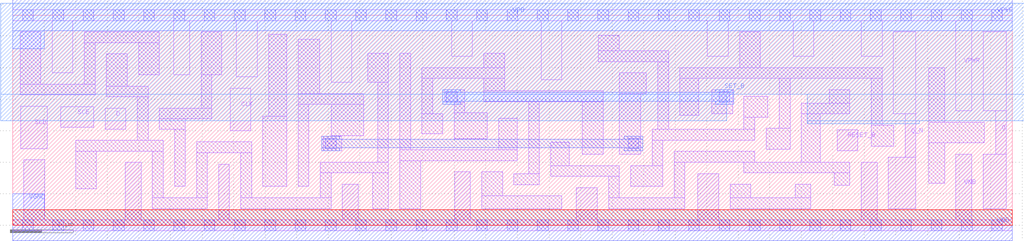
<source format=lef>
# Copyright 2020 The SkyWater PDK Authors
#
# Licensed under the Apache License, Version 2.0 (the "License");
# you may not use this file except in compliance with the License.
# You may obtain a copy of the License at
#
#     https://www.apache.org/licenses/LICENSE-2.0
#
# Unless required by applicable law or agreed to in writing, software
# distributed under the License is distributed on an "AS IS" BASIS,
# WITHOUT WARRANTIES OR CONDITIONS OF ANY KIND, either express or implied.
# See the License for the specific language governing permissions and
# limitations under the License.
#
# SPDX-License-Identifier: Apache-2.0

VERSION 5.7 ;
  NOWIREEXTENSIONATPIN ON ;
  DIVIDERCHAR "/" ;
  BUSBITCHARS "[]" ;
MACRO sky130_fd_sc_lp__sdfbbp_1
  CLASS CORE ;
  FOREIGN sky130_fd_sc_lp__sdfbbp_1 ;
  ORIGIN  0.000000  0.000000 ;
  SIZE  15.84000 BY  3.330000 ;
  SYMMETRY X Y R90 ;
  SITE unit ;
  PIN D
    ANTENNAGATEAREA  0.159000 ;
    DIRECTION INPUT ;
    USE SIGNAL ;
    PORT
      LAYER li1 ;
        RECT 1.465000 1.525000 1.795000 1.855000 ;
    END
  END D
  PIN Q
    ANTENNADIFFAREA  0.598500 ;
    DIRECTION OUTPUT ;
    USE SIGNAL ;
    PORT
      LAYER li1 ;
        RECT 15.380000 0.265000 15.750000 1.125000 ;
        RECT 15.380000 1.815000 15.750000 3.065000 ;
        RECT 15.580000 1.125000 15.750000 1.815000 ;
    END
  END Q
  PIN Q_N
    ANTENNADIFFAREA  0.598500 ;
    DIRECTION OUTPUT ;
    USE SIGNAL ;
    PORT
      LAYER li1 ;
        RECT 13.880000 0.265000 14.315000 1.075000 ;
        RECT 13.960000 1.765000 14.315000 3.065000 ;
        RECT 14.145000 1.075000 14.315000 1.765000 ;
    END
  END Q_N
  PIN RESET_B
    ANTENNAGATEAREA  0.159000 ;
    DIRECTION INPUT ;
    USE SIGNAL ;
    PORT
      LAYER li1 ;
        RECT 13.065000 1.180000 13.395000 1.515000 ;
    END
  END RESET_B
  PIN SCD
    ANTENNAGATEAREA  0.159000 ;
    DIRECTION INPUT ;
    USE SIGNAL ;
    PORT
      LAYER li1 ;
        RECT 0.125000 1.215000 0.550000 1.885000 ;
    END
  END SCD
  PIN SCE
    ANTENNAGATEAREA  0.318000 ;
    DIRECTION INPUT ;
    USE SIGNAL ;
    PORT
      LAYER li1 ;
        RECT 0.760000 1.550000 1.285000 1.880000 ;
    END
  END SCE
  PIN SET_B
    ANTENNAGATEAREA  0.444000 ;
    DIRECTION INPUT ;
    USE SIGNAL ;
    PORT
      LAYER met1 ;
        RECT  6.815000 1.920000  7.105000 1.965000 ;
        RECT  6.815000 1.965000 11.425000 2.105000 ;
        RECT  6.815000 2.105000  7.105000 2.150000 ;
        RECT 11.135000 1.920000 11.425000 1.965000 ;
        RECT 11.135000 2.105000 11.425000 2.150000 ;
    END
  END SET_B
  PIN CLK
    ANTENNAGATEAREA  0.159000 ;
    DIRECTION INPUT ;
    USE CLOCK ;
    PORT
      LAYER li1 ;
        RECT 3.445000 1.500000 3.775000 2.170000 ;
    END
  END CLK
  PIN VGND
    DIRECTION INOUT ;
    USE GROUND ;
    PORT
      LAYER met1 ;
        RECT 0.000000 -0.245000 15.840000 0.245000 ;
        RECT 0.000000  0.245000  0.500000 0.500000 ;
    END
  END VGND
  PIN VNB
    DIRECTION INOUT ;
    USE GROUND ;
    PORT
      LAYER li1 ;
        RECT  0.000000 -0.085000 15.840000 0.085000 ;
        RECT  0.175000  0.085000  0.505000 1.035000 ;
        RECT  1.785000  0.085000  2.035000 0.995000 ;
        RECT  3.265000  0.085000  3.435000 0.970000 ;
        RECT  5.225000  0.085000  5.475000 0.650000 ;
        RECT  7.005000  0.085000  7.255000 0.845000 ;
        RECT  8.935000  0.085000  9.265000 0.595000 ;
        RECT 10.860000  0.085000 11.190000 0.820000 ;
        RECT 13.450000  0.085000 13.700000 1.000000 ;
        RECT 14.950000  0.085000 15.200000 1.125000 ;
      LAYER mcon ;
        RECT  0.155000 -0.085000  0.325000 0.085000 ;
        RECT  0.635000 -0.085000  0.805000 0.085000 ;
        RECT  1.115000 -0.085000  1.285000 0.085000 ;
        RECT  1.595000 -0.085000  1.765000 0.085000 ;
        RECT  2.075000 -0.085000  2.245000 0.085000 ;
        RECT  2.555000 -0.085000  2.725000 0.085000 ;
        RECT  3.035000 -0.085000  3.205000 0.085000 ;
        RECT  3.515000 -0.085000  3.685000 0.085000 ;
        RECT  3.995000 -0.085000  4.165000 0.085000 ;
        RECT  4.475000 -0.085000  4.645000 0.085000 ;
        RECT  4.955000 -0.085000  5.125000 0.085000 ;
        RECT  5.435000 -0.085000  5.605000 0.085000 ;
        RECT  5.915000 -0.085000  6.085000 0.085000 ;
        RECT  6.395000 -0.085000  6.565000 0.085000 ;
        RECT  6.875000 -0.085000  7.045000 0.085000 ;
        RECT  7.355000 -0.085000  7.525000 0.085000 ;
        RECT  7.835000 -0.085000  8.005000 0.085000 ;
        RECT  8.315000 -0.085000  8.485000 0.085000 ;
        RECT  8.795000 -0.085000  8.965000 0.085000 ;
        RECT  9.275000 -0.085000  9.445000 0.085000 ;
        RECT  9.755000 -0.085000  9.925000 0.085000 ;
        RECT 10.235000 -0.085000 10.405000 0.085000 ;
        RECT 10.715000 -0.085000 10.885000 0.085000 ;
        RECT 11.195000 -0.085000 11.365000 0.085000 ;
        RECT 11.675000 -0.085000 11.845000 0.085000 ;
        RECT 12.155000 -0.085000 12.325000 0.085000 ;
        RECT 12.635000 -0.085000 12.805000 0.085000 ;
        RECT 13.115000 -0.085000 13.285000 0.085000 ;
        RECT 13.595000 -0.085000 13.765000 0.085000 ;
        RECT 14.075000 -0.085000 14.245000 0.085000 ;
        RECT 14.555000 -0.085000 14.725000 0.085000 ;
        RECT 15.035000 -0.085000 15.205000 0.085000 ;
        RECT 15.515000 -0.085000 15.685000 0.085000 ;
    END
  END VNB
  PIN VPB
    DIRECTION INOUT ;
    USE POWER ;
    PORT
      LAYER met1 ;
        RECT 0.000000 2.800000  0.500000 3.085000 ;
        RECT 0.000000 3.085000 15.840000 3.575000 ;
    END
  END VPB
  PIN VPWR
    DIRECTION INOUT ;
    USE POWER ;
    PORT
      LAYER li1 ;
        RECT  0.000000 3.245000 15.840000 3.415000 ;
        RECT  0.625000 2.415000  0.955000 3.245000 ;
        RECT  2.555000 2.385000  2.805000 3.245000 ;
        RECT  3.545000 2.350000  3.875000 3.245000 ;
        RECT  5.045000 2.265000  5.375000 3.245000 ;
        RECT  6.955000 2.680000  7.285000 3.245000 ;
        RECT  8.375000 2.310000  8.705000 3.245000 ;
        RECT 11.010000 2.680000 11.340000 3.245000 ;
        RECT 12.370000 2.680000 12.700000 3.245000 ;
        RECT 13.450000 2.680000 13.780000 3.245000 ;
        RECT 14.950000 1.815000 15.200000 3.245000 ;
      LAYER mcon ;
        RECT  0.155000 3.245000  0.325000 3.415000 ;
        RECT  0.635000 3.245000  0.805000 3.415000 ;
        RECT  1.115000 3.245000  1.285000 3.415000 ;
        RECT  1.595000 3.245000  1.765000 3.415000 ;
        RECT  2.075000 3.245000  2.245000 3.415000 ;
        RECT  2.555000 3.245000  2.725000 3.415000 ;
        RECT  3.035000 3.245000  3.205000 3.415000 ;
        RECT  3.515000 3.245000  3.685000 3.415000 ;
        RECT  3.995000 3.245000  4.165000 3.415000 ;
        RECT  4.475000 3.245000  4.645000 3.415000 ;
        RECT  4.955000 3.245000  5.125000 3.415000 ;
        RECT  5.435000 3.245000  5.605000 3.415000 ;
        RECT  5.915000 3.245000  6.085000 3.415000 ;
        RECT  6.395000 3.245000  6.565000 3.415000 ;
        RECT  6.875000 3.245000  7.045000 3.415000 ;
        RECT  7.355000 3.245000  7.525000 3.415000 ;
        RECT  7.835000 3.245000  8.005000 3.415000 ;
        RECT  8.315000 3.245000  8.485000 3.415000 ;
        RECT  8.795000 3.245000  8.965000 3.415000 ;
        RECT  9.275000 3.245000  9.445000 3.415000 ;
        RECT  9.755000 3.245000  9.925000 3.415000 ;
        RECT 10.235000 3.245000 10.405000 3.415000 ;
        RECT 10.715000 3.245000 10.885000 3.415000 ;
        RECT 11.195000 3.245000 11.365000 3.415000 ;
        RECT 11.675000 3.245000 11.845000 3.415000 ;
        RECT 12.155000 3.245000 12.325000 3.415000 ;
        RECT 12.635000 3.245000 12.805000 3.415000 ;
        RECT 13.115000 3.245000 13.285000 3.415000 ;
        RECT 13.595000 3.245000 13.765000 3.415000 ;
        RECT 14.075000 3.245000 14.245000 3.415000 ;
        RECT 14.555000 3.245000 14.725000 3.415000 ;
        RECT 15.035000 3.245000 15.205000 3.415000 ;
        RECT 15.515000 3.245000 15.685000 3.415000 ;
    END
  END VPWR
  OBS
    LAYER li1 ;
      RECT  0.115000 2.065000  1.305000 2.235000 ;
      RECT  0.115000 2.235000  0.445000 3.065000 ;
      RECT  0.995000 0.575000  1.325000 1.175000 ;
      RECT  0.995000 1.175000  2.385000 1.345000 ;
      RECT  1.135000 2.235000  1.305000 2.895000 ;
      RECT  1.135000 2.895000  2.325000 3.065000 ;
      RECT  1.485000 2.035000  2.145000 2.205000 ;
      RECT  1.485000 2.205000  1.815000 2.715000 ;
      RECT  1.975000 1.345000  2.145000 2.035000 ;
      RECT  1.995000 2.385000  2.325000 2.895000 ;
      RECT  2.215000 0.265000  3.085000 0.435000 ;
      RECT  2.215000 0.435000  2.385000 1.175000 ;
      RECT  2.325000 1.525000  2.735000 1.685000 ;
      RECT  2.325000 1.685000  3.155000 1.855000 ;
      RECT  2.565000 0.615000  2.735000 1.525000 ;
      RECT  2.915000 0.435000  3.085000 1.150000 ;
      RECT  2.915000 1.150000  3.785000 1.320000 ;
      RECT  2.985000 1.855000  3.155000 2.385000 ;
      RECT  2.985000 2.385000  3.315000 3.065000 ;
      RECT  3.615000 0.265000  5.045000 0.435000 ;
      RECT  3.615000 0.435000  3.785000 1.150000 ;
      RECT  3.965000 0.615000  4.345000 1.730000 ;
      RECT  4.055000 1.730000  4.345000 3.030000 ;
      RECT  4.525000 0.615000  4.695000 1.915000 ;
      RECT  4.525000 1.915000  5.560000 2.085000 ;
      RECT  4.525000 2.085000  4.865000 2.945000 ;
      RECT  4.875000 0.435000  5.045000 0.830000 ;
      RECT  4.875000 0.830000  5.955000 1.000000 ;
      RECT  4.925000 1.180000  5.215000 1.410000 ;
      RECT  5.045000 1.410000  5.215000 1.415000 ;
      RECT  5.045000 1.415000  5.560000 1.915000 ;
      RECT  5.625000 2.265000  5.955000 2.725000 ;
      RECT  5.705000 0.265000  5.955000 0.830000 ;
      RECT  5.785000 1.000000  5.955000 2.265000 ;
      RECT  6.135000 0.265000  6.465000 1.025000 ;
      RECT  6.135000 1.025000  7.995000 1.195000 ;
      RECT  6.135000 1.195000  6.305000 2.725000 ;
      RECT  6.485000 1.450000  6.815000 1.770000 ;
      RECT  6.485000 1.770000  6.655000 2.330000 ;
      RECT  6.485000 2.330000  7.795000 2.500000 ;
      RECT  6.845000 1.950000  7.165000 2.150000 ;
      RECT  6.995000 1.375000  7.525000 1.780000 ;
      RECT  6.995000 1.780000  7.165000 1.950000 ;
      RECT  7.435000 0.265000  8.705000 0.465000 ;
      RECT  7.435000 0.465000  7.765000 0.845000 ;
      RECT  7.465000 1.960000  9.360000 2.130000 ;
      RECT  7.465000 2.130000  7.795000 2.330000 ;
      RECT  7.465000 2.500000  7.795000 2.725000 ;
      RECT  7.705000 1.195000  7.995000 1.695000 ;
      RECT  7.945000 0.645000  8.345000 0.815000 ;
      RECT  8.175000 0.815000  8.345000 1.960000 ;
      RECT  8.525000 0.775000  9.615000 0.945000 ;
      RECT  8.525000 0.945000  8.820000 1.315000 ;
      RECT  9.030000 1.125000  9.360000 1.960000 ;
      RECT  9.280000 2.595000 10.395000 2.765000 ;
      RECT  9.280000 2.765000  9.610000 3.015000 ;
      RECT  9.445000 0.265000 10.655000 0.435000 ;
      RECT  9.445000 0.435000  9.615000 0.775000 ;
      RECT  9.610000 1.125000  9.955000 2.085000 ;
      RECT  9.610000 2.085000 10.045000 2.415000 ;
      RECT  9.795000 0.615000 10.305000 0.945000 ;
      RECT 10.135000 0.945000 10.305000 1.350000 ;
      RECT 10.135000 1.350000 11.760000 1.520000 ;
      RECT 10.225000 1.520000 10.395000 2.595000 ;
      RECT 10.485000 0.435000 10.655000 1.000000 ;
      RECT 10.485000 1.000000 11.760000 1.170000 ;
      RECT 10.575000 1.745000 10.870000 2.330000 ;
      RECT 10.575000 2.330000 13.780000 2.500000 ;
      RECT 11.080000 1.765000 11.410000 2.150000 ;
      RECT 11.370000 0.265000 12.650000 0.435000 ;
      RECT 11.370000 0.435000 11.700000 0.650000 ;
      RECT 11.520000 2.500000 11.850000 3.065000 ;
      RECT 11.590000 0.830000 13.270000 1.000000 ;
      RECT 11.590000 1.520000 11.760000 1.715000 ;
      RECT 11.590000 1.715000 11.970000 2.045000 ;
      RECT 11.940000 1.205000 12.320000 1.535000 ;
      RECT 12.150000 1.535000 12.320000 2.330000 ;
      RECT 12.400000 0.435000 12.650000 0.650000 ;
      RECT 12.500000 1.000000 12.800000 1.765000 ;
      RECT 12.500000 1.765000 13.270000 1.935000 ;
      RECT 12.940000 1.935000 13.270000 2.150000 ;
      RECT 13.020000 0.635000 13.270000 0.830000 ;
      RECT 13.610000 1.255000 13.965000 1.585000 ;
      RECT 13.610000 1.585000 13.780000 2.330000 ;
      RECT 14.520000 0.665000 14.770000 1.305000 ;
      RECT 14.520000 1.305000 15.400000 1.635000 ;
      RECT 14.520000 1.635000 14.770000 2.495000 ;
    LAYER mcon ;
      RECT  4.955000 1.210000  5.125000 1.380000 ;
      RECT  6.875000 1.950000  7.045000 2.120000 ;
      RECT  9.755000 1.210000  9.925000 1.380000 ;
      RECT 11.195000 1.950000 11.365000 2.120000 ;
    LAYER met1 ;
      RECT 4.895000 1.180000 5.185000 1.225000 ;
      RECT 4.895000 1.225000 9.985000 1.365000 ;
      RECT 4.895000 1.365000 5.185000 1.410000 ;
      RECT 9.695000 1.180000 9.985000 1.225000 ;
      RECT 9.695000 1.365000 9.985000 1.410000 ;
    LAYER nwell ;
      RECT -0.190000 1.655000 11.320000 2.075000 ;
      RECT -0.190000 2.075000 16.030000 3.520000 ;
      RECT 12.590000 1.605000 14.370000 1.655000 ;
      RECT 12.590000 1.655000 16.030000 2.075000 ;
    LAYER pwell ;
      RECT 0.000000 0.000000 15.840000 0.245000 ;
  END
END sky130_fd_sc_lp__sdfbbp_1
END LIBRARY

</source>
